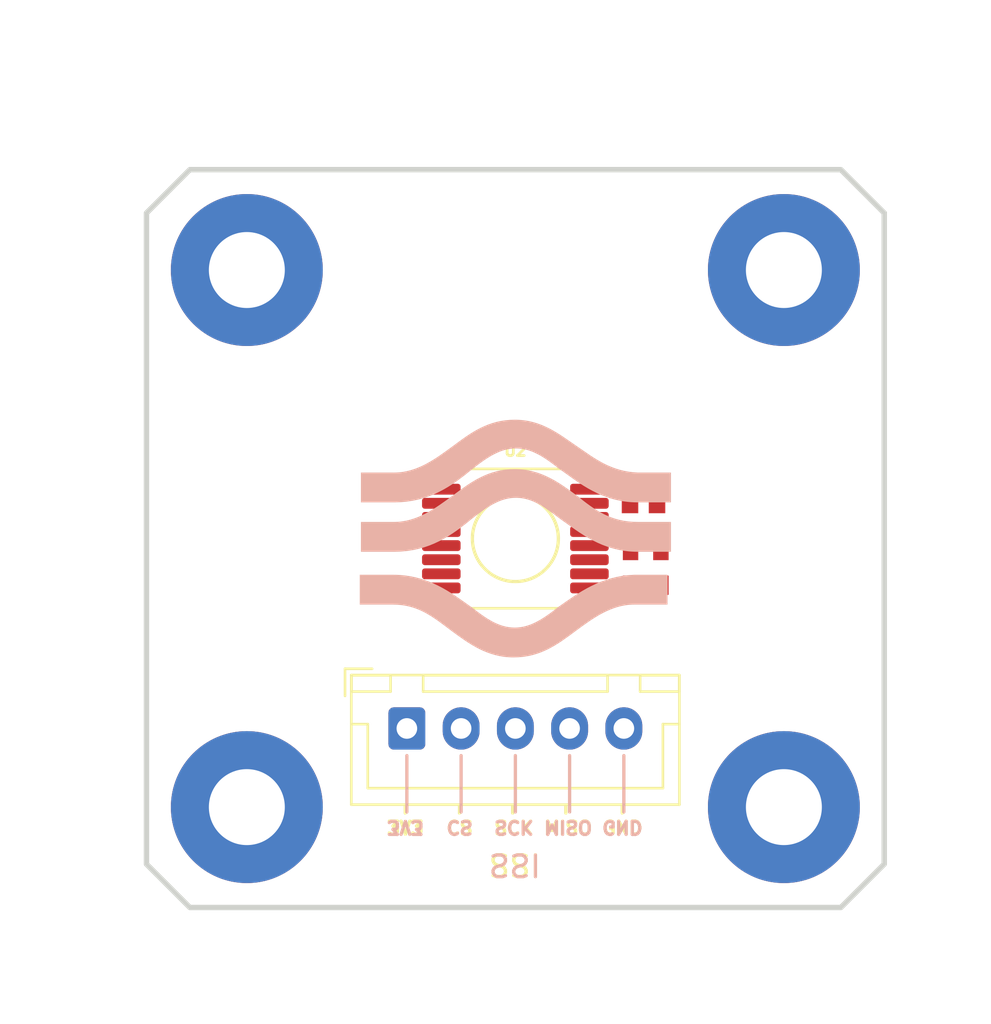
<source format=kicad_pcb>
(kicad_pcb (version 20241229) (generator "pcbnew") (generator_version "9.0")
  (layers (0 "F.Cu" signal) (2 "B.Cu" signal) (13 "F.Paste" user) (15 "B.Paste" user) (5 "F.SilkS" user "F.Silkscreen") (7 "B.SilkS" user "B.Silkscreen") (1 "F.Mask" user) (3 "B.Mask" user) (25 "Edge.Cuts" user))
  (net 0 "")
  (net 2 "SCK")
  (net 4 "VIN")
  (net 8 "GND")
  (net 12 "CS")
  (net 14 "MISO")
  (footprint "Capacitor100nF:CC0603KRX7R9BB104" (layer "F.Cu") (at 144.6311 80.45 180)
    (property "Reference" "C1" (hide yes))
    (property "Value" "100nF" (hide yes))
    (pad "1" smd rect (at -0.6223 0 180) (size 0.762 0.8636) (layers "F.Cu" "F.Mask" "F.Paste") (net 8 "GND"))
    (pad "2" smd rect (at 0.6223 0 180) (size 0.762 0.8636) (layers "F.Cu" "F.Mask" "F.Paste") (net 4 "VIN"))
  )
  (footprint "Resistor4.7K:CR0603-FX-4701ELF" (layer "F.Cu") (at 144.7327 84.2)
    (property "Reference" "R1" (hide yes))
    (property "Value" "4.7K" (hide yes))
    (pad "1" smd rect (at -0.6985 0) (size 0.7112 0.889) (layers "F.Cu" "F.Mask" "F.Paste") (net 2 "SCK"))
    (pad "2" smd rect (at 0.6985 0) (size 0.7112 0.889) (layers "F.Cu" "F.Mask" "F.Paste") (net 8 "GND"))
  )
  (footprint "MountingHole:MountingHole_3.5mm_Pad" (layer "F.Cu") (at 126.3505 69.6755)
    (property "Reference" "H1" (hide yes))
    (property "Value" "MountingHole" (hide yes))
    (pad "1" thru_hole circle (at 0 0) (size 7 7) (drill 3.5) (layers "*.Cu" "*.Mask"))
  )
  (footprint "MountingHole:MountingHole_3.5mm_Pad" (layer "F.Cu") (at 126.3505 94.4245)
    (property "Reference" "H3" (hide yes))
    (property "Value" "MountingHole" (hide yes))
    (pad "1" thru_hole circle (at 0 0) (size 7 7) (drill 3.5) (layers "*.Cu" "*.Mask"))
  )
  (footprint "Package_SO:SSOP-16_5.3x6.2mm_P0.65mm" (layer "F.Cu") (at 138.725 82.05)
    (property "Reference" "U2" (at 0 -4.05 0) (layer "F.SilkS") (effects (font (size 0.5 0.5) (thickness 0.125))))
    (property "Value" "AS5045B" (hide yes))
    (fp_line (start -2.76 -3.21) (end 2.76 -3.21) (stroke (width 0.12)) (layer "F.SilkS"))
    (fp_line (start -2.76 -2.785) (end -2.76 -3.21) (stroke (width 0.12)) (layer "F.SilkS"))
    (fp_line (start -2.76 3.21) (end -2.76 2.785) (stroke (width 0.12)) (layer "F.SilkS"))
    (fp_line (start 2.76 -3.21) (end 2.76 -2.785) (stroke (width 0.12)) (layer "F.SilkS"))
    (fp_line (start 2.76 2.785) (end 2.76 3.21) (stroke (width 0.12)) (layer "F.SilkS"))
    (fp_line (start 2.76 3.21) (end -2.76 3.21) (stroke (width 0.12)) (layer "F.SilkS"))
    (fp_poly (pts (xy -3.42 -2.79) (xy -3.76 -3.26) (xy -3.08 -3.26)) (stroke (width 0.12)) (fill yes) (layer "F.SilkS"))
    (pad "1" smd roundrect (at -3.4125 -2.275) (size 1.775 0.5) (layers "F.Cu" "F.Mask" "F.Paste"))
    (pad "2" smd roundrect (at -3.4125 -1.625) (size 1.775 0.5) (layers "F.Cu" "F.Mask" "F.Paste"))
    (pad "3" smd roundrect (at -3.4125 -0.975) (size 1.775 0.5) (layers "F.Cu" "F.Mask" "F.Paste"))
    (pad "4" smd roundrect (at -3.4125 -0.325) (size 1.775 0.5) (layers "F.Cu" "F.Mask" "F.Paste"))
    (pad "5" smd roundrect (at -3.4125 0.325) (size 1.775 0.5) (layers "F.Cu" "F.Mask" "F.Paste"))
    (pad "6" smd roundrect (at -3.4125 0.975) (size 1.775 0.5) (layers "F.Cu" "F.Mask" "F.Paste"))
    (pad "7" smd roundrect (at -3.4125 1.625) (size 1.775 0.5) (layers "F.Cu" "F.Mask" "F.Paste") (net 8 "GND"))
    (pad "8" smd roundrect (at -3.4125 2.275) (size 1.775 0.5) (layers "F.Cu" "F.Mask" "F.Paste") (net 8 "GND"))
    (pad "9" smd roundrect (at 3.4125 2.275) (size 1.775 0.5) (layers "F.Cu" "F.Mask" "F.Paste") (net 14 "MISO"))
    (pad "10" smd roundrect (at 3.4125 1.625) (size 1.775 0.5) (layers "F.Cu" "F.Mask" "F.Paste") (net 2 "SCK"))
    (pad "11" smd roundrect (at 3.4125 0.975) (size 1.775 0.5) (layers "F.Cu" "F.Mask" "F.Paste") (net 12 "CS"))
    (pad "12" smd roundrect (at 3.4125 0.325) (size 1.775 0.5) (layers "F.Cu" "F.Mask" "F.Paste"))
    (pad "13" smd roundrect (at 3.4125 -0.325) (size 1.775 0.5) (layers "F.Cu" "F.Mask" "F.Paste"))
    (pad "14" smd roundrect (at 3.4125 -0.975) (size 1.775 0.5) (layers "F.Cu" "F.Mask" "F.Paste"))
    (pad "15" smd roundrect (at 3.4125 -1.625) (size 1.775 0.5) (layers "F.Cu" "F.Mask" "F.Paste") (net 4 "VIN"))
    (pad "16" smd roundrect (at 3.4125 -2.275) (size 1.775 0.5) (layers "F.Cu" "F.Mask" "F.Paste") (net 4 "VIN"))
  )
  (footprint "MountingHole:MountingHole_3.5mm_Pad" (layer "F.Cu") (at 151.0995 94.4245)
    (property "Reference" "H4" (hide yes))
    (property "Value" "MountingHole" (hide yes))
    (pad "1" thru_hole circle (at 0 0) (size 7 7) (drill 3.5) (layers "*.Cu" "*.Mask"))
  )
  (footprint "Connector_JST:JST_XH_B5B-XH-A_1x05_P2.50mm_Vertical" (layer "F.Cu") (at 133.725 90.8)
    (property "Reference" "J1" (hide yes))
    (property "Value" "Conn_01x05" (hide yes))
    (fp_line (start -2.85 -2.75) (end -2.85 -1.5) (stroke (width 0.12)) (layer "F.SilkS"))
    (fp_line (start -2.56 -2.46) (end -2.56 3.51) (stroke (width 0.12)) (layer "F.SilkS"))
    (fp_line (start -2.56 3.51) (end 12.56 3.51) (stroke (width 0.12)) (layer "F.SilkS"))
    (fp_line (start -2.55 -2.45) (end -2.55 -1.7) (stroke (width 0.12)) (layer "F.SilkS"))
    (fp_line (start -2.55 -1.7) (end -0.75 -1.7) (stroke (width 0.12)) (layer "F.SilkS"))
    (fp_line (start -2.55 -0.2) (end -1.8 -0.2) (stroke (width 0.12)) (layer "F.SilkS"))
    (fp_line (start -1.8 -0.2) (end -1.8 2.75) (stroke (width 0.12)) (layer "F.SilkS"))
    (fp_line (start -1.8 2.75) (end 5 2.75) (stroke (width 0.12)) (layer "F.SilkS"))
    (fp_line (start -1.6 -2.75) (end -2.85 -2.75) (stroke (width 0.12)) (layer "F.SilkS"))
    (fp_line (start -0.75 -2.45) (end -2.55 -2.45) (stroke (width 0.12)) (layer "F.SilkS"))
    (fp_line (start -0.75 -1.7) (end -0.75 -2.45) (stroke (width 0.12)) (layer "F.SilkS"))
    (fp_line (start 0.75 -2.45) (end 0.75 -1.7) (stroke (width 0.12)) (layer "F.SilkS"))
    (fp_line (start 0.75 -1.7) (end 9.25 -1.7) (stroke (width 0.12)) (layer "F.SilkS"))
    (fp_line (start 9.25 -2.45) (end 0.75 -2.45) (stroke (width 0.12)) (layer "F.SilkS"))
    (fp_line (start 9.25 -1.7) (end 9.25 -2.45) (stroke (width 0.12)) (layer "F.SilkS"))
    (fp_line (start 10.75 -2.45) (end 10.75 -1.7) (stroke (width 0.12)) (layer "F.SilkS"))
    (fp_line (start 10.75 -1.7) (end 12.55 -1.7) (stroke (width 0.12)) (layer "F.SilkS"))
    (fp_line (start 11.8 -0.2) (end 11.8 2.75) (stroke (width 0.12)) (layer "F.SilkS"))
    (fp_line (start 11.8 2.75) (end 5 2.75) (stroke (width 0.12)) (layer "F.SilkS"))
    (fp_line (start 12.55 -2.45) (end 10.75 -2.45) (stroke (width 0.12)) (layer "F.SilkS"))
    (fp_line (start 12.55 -1.7) (end 12.55 -2.45) (stroke (width 0.12)) (layer "F.SilkS"))
    (fp_line (start 12.55 -0.2) (end 11.8 -0.2) (stroke (width 0.12)) (layer "F.SilkS"))
    (fp_line (start 12.56 -2.46) (end -2.56 -2.46) (stroke (width 0.12)) (layer "F.SilkS"))
    (fp_line (start 12.56 3.51) (end 12.56 -2.46) (stroke (width 0.12)) (layer "F.SilkS"))
    (pad "1" thru_hole roundrect (at 0 0) (size 1.7 1.95) (drill 0.95) (layers "*.Cu" "*.Mask") (roundrect_rratio 0.147059) (net 4 "VIN"))
    (pad "2" thru_hole oval (at 2.5 0) (size 1.7 1.95) (drill 0.95) (layers "*.Cu" "*.Mask") (net 12 "CS"))
    (pad "3" thru_hole oval (at 5 0) (size 1.7 1.95) (drill 0.95) (layers "*.Cu" "*.Mask") (net 2 "SCK"))
    (pad "4" thru_hole oval (at 7.5 0) (size 1.7 1.95) (drill 0.95) (layers "*.Cu" "*.Mask") (net 14 "MISO"))
    (pad "5" thru_hole oval (at 10 0) (size 1.7 1.95) (drill 0.95) (layers "*.Cu" "*.Mask") (net 8 "GND"))
  )
  (footprint "MountingHole:MountingHole_3.5mm_Pad" (layer "F.Cu") (at 151.0995 69.6755)
    (property "Reference" "H2" (hide yes))
    (property "Value" "MountingHole" (hide yes))
    (pad "1" thru_hole circle (at 0 0) (size 7 7) (drill 3.5) (layers "*.Cu" "*.Mask"))
  )
  (footprint "Resistor4.7K:CR0603-FX-4701ELF" (layer "F.Cu") (at 144.7327 82.6 180)
    (property "Reference" "R2" (hide yes))
    (property "Value" "4.7K" (hide yes))
    (pad "1" smd rect (at -0.6985 0 180) (size 0.7112 0.889) (layers "F.Cu" "F.Mask" "F.Paste") (net 4 "VIN"))
    (pad "2" smd rect (at 0.6985 0 180) (size 0.7112 0.889) (layers "F.Cu" "F.Mask" "F.Paste") (net 12 "CS"))
  )
  (gr_circle (center 138.725 82.05) (end 140.175 83.4) (stroke (width 0.15)) (fill no) (layer "F.SilkS"))
  (gr_line (start 141.05 94.7) (end 141.05 94.35) (stroke (width 0.15)) (layer "F.SilkS"))
  (gr_line (start 136.15 94.7) (end 136.15 94.35) (stroke (width 0.15)) (layer "F.SilkS"))
  (gr_line (start 138.6 94.7) (end 138.6 94.35) (stroke (width 0.15)) (layer "F.SilkS"))
  (gr_line (start 133.65 94.7) (end 133.65 94.35) (stroke (width 0.15)) (layer "F.SilkS"))
  (gr_line (start 143.65 94.7) (end 143.65 94.35) (stroke (width 0.15)) (layer "F.SilkS"))
  (gr_line (start 136.225 92.05) (end 136.225 94.65) (stroke (width 0.15)) (layer "B.SilkS"))
  (gr_line (start 133.725 92.05) (end 133.725 94.65) (stroke (width 0.15)) (layer "B.SilkS"))
  (gr_line (start 143.725 92.05) (end 143.725 94.65) (stroke (width 0.15)) (layer "B.SilkS"))
  (gr_line (start 138.725 92.05) (end 138.725 94.65) (stroke (width 0.15)) (layer "B.SilkS"))
  (gr_poly (pts (xy 133.241468 83.719324) (xy 133.390232 83.726539) (xy 133.53574 83.738328) (xy 133.67807 83.754496) (xy 133.817299 83.77485) (xy 133.953505 83.799196) (xy 134.086766 83.82734) (xy 134.217159 83.859089) (xy 134.46965 83.932624) (xy 134.7116 84.018252) (xy 134.943627 84.114422) (xy 135.166352 84.219583) (xy 135.380396 84.332186) (xy 135.586379 84.45068) (xy 135.78492 84.573515) (xy 135.976639 84.69914) (xy 136.342095 84.952562) (xy 136.687706 85.198542) (xy 136.941231 85.391398) (xy 137.187934 85.570612) (xy 137.309696 85.65394) (xy 137.430916 85.732462) (xy 137.551981 85.805714) (xy 137.673279 85.873229) (xy 137.795197 85.934543) (xy 137.918122 85.989191) (xy 138.042443 86.036707) (xy 138.168546 86.076627) (xy 138.29682 86.108486) (xy 138.427652 86.131818) (xy 138.561429 86.146158) (xy 138.69854 86.151041) (xy 138.826349 86.146739) (xy 138.952065 86.133988) (xy 139.076076 86.11302) (xy 139.198769 86.084069) (xy 139.320532 86.047366) (xy 139.441752 86.003143) (xy 139.562817 85.951635) (xy 139.684114 85.893073) (xy 139.806032 85.827689) (xy 139.928957 85.755717) (xy 140.053277 85.677388) (xy 140.179381 85.592936) (xy 140.307654 85.502593) (xy 140.438486 85.406591) (xy 140.709374 85.198542) (xy 141.054779 84.954733) (xy 141.418787 84.706583) (xy 141.60893 84.584174) (xy 141.80512 84.464634) (xy 142.007821 84.349279) (xy 142.217498 84.239428) (xy 142.434616 84.136398) (xy 142.659641 84.041507) (xy 142.893037 83.956073) (xy 143.13527 83.881413) (xy 143.386805 83.818846) (xy 143.648107 83.769689) (xy 143.91964 83.735259) (xy 144.20187 83.716875) (xy 145.736454 83.716875) (xy 145.736454 85.092709) (xy 144.20187 85.092709) (xy 144.103267 85.094548) (xy 144.005874 85.099982) (xy 143.909664 85.108885) (xy 143.814607 85.121131) (xy 143.627835 85.155147) (xy 143.445327 85.201023) (xy 143.26685 85.25775) (xy 143.09217 85.324322) (xy 142.921057 85.399731) (xy 142.753277 85.482969) (xy 142.588597 85.573028) (xy 142.426785 85.668901) (xy 142.267609 85.769579) (xy 142.110836 85.874056) (xy 141.803568 86.090374) (xy 141.503121 86.309792) (xy 141.187172 86.544403) (xy 140.870602 86.767851) (xy 140.710341 86.873452) (xy 140.547831 86.973937) (xy 140.382376 87.068531) (xy 140.213278 87.156458) (xy 140.039839 87.236944) (xy 139.861361 87.309214) (xy 139.677147 87.372491) (xy 139.4865 87.426002) (xy 139.288721 87.468971) (xy 139.083113 87.500623) (xy 138.868978 87.520183) (xy 138.645619 87.526875) (xy 138.532593 87.525036) (xy 138.421679 87.519601) (xy 138.312819 87.510699) (xy 138.205956 87.498453) (xy 138.10103 87.48299) (xy 137.997984 87.464437) (xy 137.797299 87.418561) (xy 137.603435 87.361833) (xy 137.415927 87.295261) (xy 137.234311 87.219853) (xy 137.05812 87.136615) (xy 136.88689 87.046556) (xy 136.720156 86.950683) (xy 136.557453 86.850005) (xy 136.398316 86.745528) (xy 136.088877 86.52921) (xy 135.78812 86.309792) (xy 135.476821 86.075181) (xy 135.172963 85.851732) (xy 135.0215 85.746132) (xy 134.869106 85.645647) (xy 134.714852 85.551053) (xy 134.557807 85.463126) (xy 134.397042 85.38264) (xy 134.231626 85.31037) (xy 134.060629 85.247092) (xy 133.88312 85.193581) (xy 133.69817 85.150612) (xy 133.504849 85.118961) (xy 133.302226 85.099401) (xy 133.089371 85.092709) (xy 131.554787 85.092709) (xy 131.554787 83.716875) (xy 133.089371 83.716875)) (fill yes) (layer "B.SilkS"))
  (gr_line (start 141.225 92.05) (end 141.225 94.65) (stroke (width 0.15)) (layer "B.SilkS"))
  (gr_poly (pts (xy 138.811566 78.850382) (xy 138.92248 78.855816) (xy 139.03134 78.864719) (xy 139.138204 78.876965) (xy 139.24313 78.892427) (xy 139.346176 78.910981) (xy 139.546862 78.956856) (xy 139.740726 79.013584) (xy 139.928234 79.080156) (xy 140.109851 79.155565) (xy 140.286042 79.238803) (xy 140.457272 79.328862) (xy 140.624006 79.424735) (xy 140.786709 79.525413) (xy 140.945846 79.62989) (xy 141.255285 79.846208) (xy 141.556042 80.065626) (xy 141.869717 80.31543) (xy 142.024966 80.433394) (xy 142.180292 80.54601) (xy 142.336549 80.652735) (xy 142.494588 80.753025) (xy 142.655263 80.84634) (xy 142.819426 80.932136) (xy 142.98793 81.00987) (xy 143.161628 81.079) (xy 143.341372 81.138984) (xy 143.528015 81.189278) (xy 143.72241 81.22934) (xy 143.925409 81.258627) (xy 144.137865 81.276598) (xy 144.36063 81.282709) (xy 145.895214 81.282709) (xy 145.895214 82.658542) (xy 144.36063 82.658542) (xy 144.208533 82.655942) (xy 144.05977 82.648284) (xy 143.914262 82.635782) (xy 143.771932 82.618648) (xy 143.632702 82.597096) (xy 143.496496 82.571338) (xy 143.363235 82.541589) (xy 143.232842 82.50806) (xy 143.10524 82.470966) (xy 142.980351 82.43052) (xy 142.738402 82.340422) (xy 142.506374 82.239472) (xy 142.283649 82.129376) (xy 142.069605 82.011838) (xy 141.863622 81.888563) (xy 141.665082 81.761259) (xy 141.473362 81.631628) (xy 140.762295 81.123959) (xy 140.50877 80.931103) (xy 140.262066 80.751889) (xy 140.140303 80.668561) (xy 140.019083 80.590038) (xy 139.898018 80.516787) (xy 139.776721 80.449272) (xy 139.654803 80.387958) (xy 139.531878 80.33331) (xy 139.407558 80.285793) (xy 139.281454 80.245873) (xy 139.153181 80.214015) (xy 139.022349 80.190683) (xy 138.888572 80.176343) (xy 138.751461 80.171459) (xy 138.623652 80.175761) (xy 138.497936 80.188512) (xy 138.373925 80.20948) (xy 138.251232 80.238432) (xy 138.129469 80.275135) (xy 138.008249 80.319357) (xy 137.887184 80.370865) (xy 137.765887 80.429428) (xy 137.643969 80.494811) (xy 137.521043 80.566784) (xy 137.396723 80.645112) (xy 137.270619 80.729564) (xy 137.142345 80.819908) (xy 137.011513 80.91591) (xy 136.740624 81.123959) (xy 136.395011 81.402598) (xy 136.029555 81.676277) (xy 135.837835 81.808155) (xy 135.639295 81.935072) (xy 135.433313 82.055788) (xy 135.219269 82.169063) (xy 134.996544 82.273656) (xy 134.764517 82.368327) (xy 134.522568 82.451836) (xy 134.270077 82.522943) (xy 134.006425 82.580407) (xy 133.73099 82.622989) (xy 133.443152 82.649447) (xy 133.142292 82.658542) (xy 131.607708 82.658542) (xy 131.607708 81.282709) (xy 133.142292 81.282709) (xy 133.240895 81.28087) (xy 133.338288 81.275436) (xy 133.434498 81.266533) (xy 133.529555 81.254287) (xy 133.716326 81.220271) (xy 133.898834 81.174395) (xy 134.077311 81.117667) (xy 134.25199 81.051095) (xy 134.423104 80.975687) (xy 134.590884 80.892449) (xy 134.755564 80.80239) (xy 134.917375 80.706517) (xy 135.076552 80.605838) (xy 135.233325 80.501362) (xy 135.540592 80.285044) (xy 135.841038 80.065626) (xy 136.156988 79.831015) (xy 136.473559 79.607566) (xy 136.63382 79.501965) (xy 136.79633 79.40148) (xy 136.961785 79.306887) (xy 137.130883 79.218959) (xy 137.304323 79.138473) (xy 137.4828 79.066204) (xy 137.667014 79.002926) (xy 137.857661 78.949415) (xy 138.05544 78.906446) (xy 138.261047 78.874794) (xy 138.475182 78.855235) (xy 138.69854 78.848543)) (fill yes) (layer "B.SilkS"))
  (gr_poly (pts (xy 138.811416 76.574965) (xy 138.921899 76.580399) (xy 139.030076 76.589302) (xy 139.136034 76.601548) (xy 139.23986 76.61701) (xy 139.341642 76.635564) (xy 139.53942 76.68144) (xy 139.730068 76.738167) (xy 139.914281 76.804739) (xy 140.092759 76.880148) (xy 140.266198 76.963386) (xy 140.435296 77.053445) (xy 140.600751 77.149318) (xy 140.76326 77.249997) (xy 140.923522 77.354473) (xy 141.556042 77.790209) (xy 142.180292 78.218503) (xy 142.336549 78.319763) (xy 142.494588 78.417148) (xy 142.655263 78.509881) (xy 142.819426 78.597188) (xy 142.98793 78.678294) (xy 143.161628 78.752424) (xy 143.341372 78.818803) (xy 143.528015 78.876654) (xy 143.72241 78.925204) (xy 143.925409 78.963678) (xy 144.137865 78.991299) (xy 144.36063 79.007293) (xy 145.895214 79.007293) (xy 145.895214 80.383126) (xy 144.36063 80.383126) (xy 144.208533 80.380526) (xy 144.05977 80.372868) (xy 143.914262 80.360366) (xy 143.771932 80.343232) (xy 143.632702 80.32168) (xy 143.496496 80.295922) (xy 143.363235 80.266173) (xy 143.232842 80.232644) (xy 143.10524 80.19555) (xy 142.980351 80.155104) (xy 142.738402 80.065006) (xy 142.506374 79.964056) (xy 142.283649 79.853959) (xy 142.069605 79.736421) (xy 141.863622 79.613147) (xy 141.665082 79.485842) (xy 141.473362 79.356212) (xy 140.762295 78.848543) (xy 140.50877 78.655687) (xy 140.262066 78.476473) (xy 140.140303 78.393144) (xy 140.019083 78.314622) (xy 139.898018 78.241371) (xy 139.776721 78.173855) (xy 139.654803 78.112541) (xy 139.531878 78.057893) (xy 139.407558 78.010377) (xy 139.281454 77.970457) (xy 139.153181 77.938598) (xy 139.022349 77.915266) (xy 138.888572 77.900926) (xy 138.751461 77.896043) (xy 138.623652 77.900345) (xy 138.497936 77.913096) (xy 138.373925 77.934064) (xy 138.251232 77.963015) (xy 138.129469 77.999719) (xy 138.008249 78.043941) (xy 137.887184 78.095449) (xy 137.765887 78.154011) (xy 137.643969 78.219395) (xy 137.521043 78.291367) (xy 137.396723 78.369696) (xy 137.270619 78.454148) (xy 137.142345 78.544492) (xy 137.011513 78.640494) (xy 136.740624 78.848543) (xy 136.395011 79.127182) (xy 136.029555 79.40086) (xy 135.837835 79.532739) (xy 135.639295 79.659656) (xy 135.433313 79.780372) (xy 135.219269 79.893647) (xy 134.996544 79.99824) (xy 134.764517 80.092911) (xy 134.522568 80.17642) (xy 134.270077 80.247527) (xy 134.006425 80.304991) (xy 133.73099 80.347573) (xy 133.443152 80.374031) (xy 133.142292 80.383126) (xy 131.607708 80.383126) (xy 131.607708 79.007293) (xy 133.142292 79.007293) (xy 133.240895 79.005453) (xy 133.338288 79.000019) (xy 133.434498 78.991116) (xy 133.529555 78.978871) (xy 133.716326 78.944855) (xy 133.898834 78.898979) (xy 134.077311 78.842251) (xy 134.25199 78.775679) (xy 134.423104 78.70027) (xy 134.590884 78.617032) (xy 134.755564 78.526973) (xy 134.917375 78.4311) (xy 135.076552 78.330422) (xy 135.233325 78.225945) (xy 135.540592 78.009627) (xy 135.841038 77.790209) (xy 136.156988 77.555598) (xy 136.473559 77.332149) (xy 136.63382 77.226548) (xy 136.79633 77.126064) (xy 136.961785 77.03147) (xy 137.130883 76.943542) (xy 137.304323 76.863056) (xy 137.4828 76.790787) (xy 137.667014 76.727509) (xy 137.857661 76.673998) (xy 138.05544 76.631029) (xy 138.261047 76.599377) (xy 138.475182 76.579818) (xy 138.69854 76.573126)) (fill yes) (layer "B.SilkS"))
  (gr_poly (pts (xy 121.725 67.05) (xy 121.725 97.05) (xy 123.725 99.05) (xy 153.725 99.05) (xy 155.725 97.05) (xy 155.725 67.05) (xy 153.725 65.05) (xy 123.725 65.05)) (stroke (width 0.25)) (fill no) (layer "Edge.Cuts"))
  (gr_text "SSI" (at 137.409524 97.75 0) (layer "F.SilkS") (effects (font (size 1 1)) (justify left bottom)))
  (gr_text "CS" (at 135.474286 95.75 0) (layer "F.SilkS") (effects (font (size 0.6 0.6)) (justify left bottom)))
  (gr_text "SCK" (at 137.674286 95.75 0) (layer "F.SilkS") (effects (font (size 0.6 0.6)) (justify left bottom)))
  (gr_text "3V3" (at 132.731428 95.75 0) (layer "F.SilkS") (effects (font (size 0.6 0.6)) (justify left bottom)))
  (gr_text "MISO" (at 139.974286 95.75 0) (layer "F.SilkS") (effects (font (size 0.6 0.6)) (justify left bottom)))
  (gr_text "GND" (at 142.645715 95.75 0) (layer "F.SilkS") (effects (font (size 0.6 0.6)) (justify left bottom)))
  (gr_text "SCK" (at 137.674286 95 180) (layer "B.SilkS") (effects (font (size 0.6 0.6)) (justify left bottom mirror)))
  (gr_text "CS" (at 135.474286 95 180) (layer "B.SilkS") (effects (font (size 0.6 0.6)) (justify left bottom mirror)))
  (gr_text "3V3" (at 132.731428 95 180) (layer "B.SilkS") (effects (font (size 0.6 0.6)) (justify left bottom mirror)))
  (gr_text "GND" (at 142.645715 95 180) (layer "B.SilkS") (effects (font (size 0.6 0.6)) (justify left bottom mirror)))
  (gr_text "SSI" (at 137.409524 96.5 180) (layer "B.SilkS") (effects (font (size 1 1)) (justify left bottom mirror)))
  (gr_text "MISO" (at 139.974286 95 180) (layer "B.SilkS") (effects (font (size 0.6 0.6)) (justify left bottom mirror)))
)
</source>
